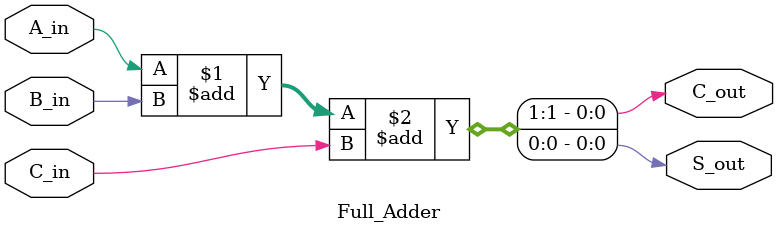
<source format=sv>
module Full_Adder
    (
        input A_in,
        input B_in,
        input C_in,
        output logic S_out,
        output logic C_out
    );

    assign {C_out, S_out} = A_in + B_in + C_in;

endmodule
</source>
